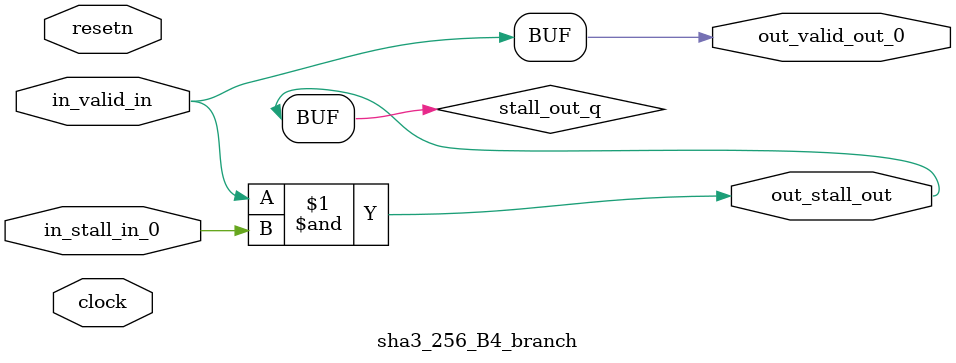
<source format=sv>



(* altera_attribute = "-name AUTO_SHIFT_REGISTER_RECOGNITION OFF; -name MESSAGE_DISABLE 10036; -name MESSAGE_DISABLE 10037; -name MESSAGE_DISABLE 14130; -name MESSAGE_DISABLE 14320; -name MESSAGE_DISABLE 15400; -name MESSAGE_DISABLE 14130; -name MESSAGE_DISABLE 10036; -name MESSAGE_DISABLE 12020; -name MESSAGE_DISABLE 12030; -name MESSAGE_DISABLE 12010; -name MESSAGE_DISABLE 12110; -name MESSAGE_DISABLE 14320; -name MESSAGE_DISABLE 13410; -name MESSAGE_DISABLE 113007; -name MESSAGE_DISABLE 10958" *)
module sha3_256_B4_branch (
    input wire [0:0] in_stall_in_0,
    input wire [0:0] in_valid_in,
    output wire [0:0] out_stall_out,
    output wire [0:0] out_valid_out_0,
    input wire clock,
    input wire resetn
    );

    wire [0:0] stall_out_q;


    // stall_out(LOGICAL,6)
    assign stall_out_q = in_valid_in & in_stall_in_0;

    // out_stall_out(GPOUT,4)
    assign out_stall_out = stall_out_q;

    // out_valid_out_0(GPOUT,5)
    assign out_valid_out_0 = in_valid_in;

endmodule

</source>
